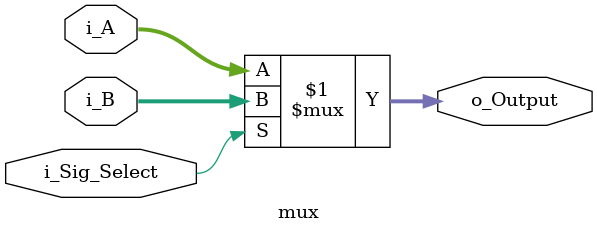
<source format=v>
module mux #(parameter N = 16)(
	i_Sig_Select,
	i_A,
	i_B,
	o_Output
	);
	
	input i_Sig_Select;
	input [N-1:0] i_A;
	input [N-1:0] i_B;
	output [N-1:0] o_Output;
	
	assign o_Output = i_Sig_Select ? i_B : i_A;

endmodule
</source>
